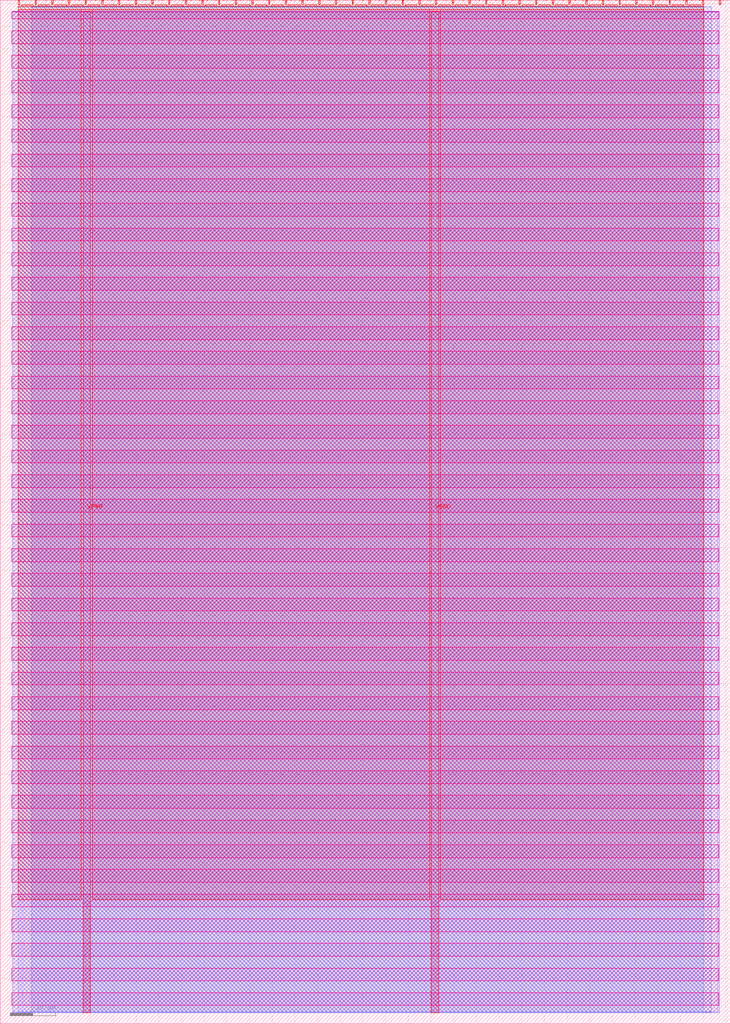
<source format=lef>
VERSION 5.7 ;
  NOWIREEXTENSIONATPIN ON ;
  DIVIDERCHAR "/" ;
  BUSBITCHARS "[]" ;
MACRO tt_um_obriensp_be8_nomacro
  CLASS BLOCK ;
  FOREIGN tt_um_obriensp_be8_nomacro ;
  ORIGIN 0.000 0.000 ;
  SIZE 161.000 BY 225.760 ;
  PIN VGND
    USE GROUND ;
    PORT
      LAYER met4 ;
        RECT 95.080 2.480 96.680 223.280 ;
    END
  END VGND
  PIN VPWR
    USE POWER ;
    PORT
      LAYER met4 ;
        RECT 18.280 2.480 19.880 223.280 ;
    END
  END VPWR
  PIN clk
    ANTENNAGATEAREA 0.852000 ;
    ANTENNADIFFAREA 0.434700 ;
    PORT
      LAYER met4 ;
        RECT 154.870 224.760 155.170 225.760 ;
    END
  END clk
  PIN ena
    PORT
      LAYER met4 ;
        RECT 158.550 224.760 158.850 225.760 ;
    END
  END ena
  PIN rst_n
    ANTENNAGATEAREA 0.213000 ;
    ANTENNADIFFAREA 0.434700 ;
    PORT
      LAYER met4 ;
        RECT 151.190 224.760 151.490 225.760 ;
    END
  END rst_n
  PIN ui_in[0]
    ANTENNAGATEAREA 0.126000 ;
    ANTENNADIFFAREA 0.434700 ;
    PORT
      LAYER met4 ;
        RECT 147.510 224.760 147.810 225.760 ;
    END
  END ui_in[0]
  PIN ui_in[1]
    ANTENNAGATEAREA 0.126000 ;
    ANTENNADIFFAREA 0.434700 ;
    PORT
      LAYER met4 ;
        RECT 143.830 224.760 144.130 225.760 ;
    END
  END ui_in[1]
  PIN ui_in[2]
    ANTENNAGATEAREA 0.126000 ;
    ANTENNADIFFAREA 0.434700 ;
    PORT
      LAYER met4 ;
        RECT 140.150 224.760 140.450 225.760 ;
    END
  END ui_in[2]
  PIN ui_in[3]
    ANTENNAGATEAREA 0.126000 ;
    ANTENNADIFFAREA 0.434700 ;
    PORT
      LAYER met4 ;
        RECT 136.470 224.760 136.770 225.760 ;
    END
  END ui_in[3]
  PIN ui_in[4]
    ANTENNAGATEAREA 0.126000 ;
    ANTENNADIFFAREA 0.434700 ;
    PORT
      LAYER met4 ;
        RECT 132.790 224.760 133.090 225.760 ;
    END
  END ui_in[4]
  PIN ui_in[5]
    ANTENNAGATEAREA 0.126000 ;
    ANTENNADIFFAREA 0.434700 ;
    PORT
      LAYER met4 ;
        RECT 129.110 224.760 129.410 225.760 ;
    END
  END ui_in[5]
  PIN ui_in[6]
    ANTENNAGATEAREA 0.126000 ;
    ANTENNADIFFAREA 0.434700 ;
    PORT
      LAYER met4 ;
        RECT 125.430 224.760 125.730 225.760 ;
    END
  END ui_in[6]
  PIN ui_in[7]
    ANTENNAGATEAREA 0.126000 ;
    ANTENNADIFFAREA 0.434700 ;
    PORT
      LAYER met4 ;
        RECT 121.750 224.760 122.050 225.760 ;
    END
  END ui_in[7]
  PIN uio_in[0]
    PORT
      LAYER met4 ;
        RECT 118.070 224.760 118.370 225.760 ;
    END
  END uio_in[0]
  PIN uio_in[1]
    PORT
      LAYER met4 ;
        RECT 114.390 224.760 114.690 225.760 ;
    END
  END uio_in[1]
  PIN uio_in[2]
    ANTENNAGATEAREA 0.126000 ;
    ANTENNADIFFAREA 0.434700 ;
    PORT
      LAYER met4 ;
        RECT 110.710 224.760 111.010 225.760 ;
    END
  END uio_in[2]
  PIN uio_in[3]
    ANTENNAGATEAREA 0.126000 ;
    ANTENNADIFFAREA 0.434700 ;
    PORT
      LAYER met4 ;
        RECT 107.030 224.760 107.330 225.760 ;
    END
  END uio_in[3]
  PIN uio_in[4]
    PORT
      LAYER met4 ;
        RECT 103.350 224.760 103.650 225.760 ;
    END
  END uio_in[4]
  PIN uio_in[5]
    PORT
      LAYER met4 ;
        RECT 99.670 224.760 99.970 225.760 ;
    END
  END uio_in[5]
  PIN uio_in[6]
    PORT
      LAYER met4 ;
        RECT 95.990 224.760 96.290 225.760 ;
    END
  END uio_in[6]
  PIN uio_in[7]
    PORT
      LAYER met4 ;
        RECT 92.310 224.760 92.610 225.760 ;
    END
  END uio_in[7]
  PIN uio_oe[0]
    ANTENNADIFFAREA 0.445500 ;
    PORT
      LAYER met4 ;
        RECT 29.750 224.760 30.050 225.760 ;
    END
  END uio_oe[0]
  PIN uio_oe[1]
    ANTENNADIFFAREA 0.445500 ;
    PORT
      LAYER met4 ;
        RECT 26.070 224.760 26.370 225.760 ;
    END
  END uio_oe[1]
  PIN uio_oe[2]
    ANTENNAGATEAREA 0.373500 ;
    ANTENNADIFFAREA 0.445500 ;
    PORT
      LAYER met4 ;
        RECT 22.390 224.760 22.690 225.760 ;
    END
  END uio_oe[2]
  PIN uio_oe[3]
    ANTENNADIFFAREA 0.445500 ;
    PORT
      LAYER met4 ;
        RECT 18.710 224.760 19.010 225.760 ;
    END
  END uio_oe[3]
  PIN uio_oe[4]
    ANTENNADIFFAREA 0.445500 ;
    PORT
      LAYER met4 ;
        RECT 15.030 224.760 15.330 225.760 ;
    END
  END uio_oe[4]
  PIN uio_oe[5]
    ANTENNADIFFAREA 0.445500 ;
    PORT
      LAYER met4 ;
        RECT 11.350 224.760 11.650 225.760 ;
    END
  END uio_oe[5]
  PIN uio_oe[6]
    ANTENNADIFFAREA 0.445500 ;
    PORT
      LAYER met4 ;
        RECT 7.670 224.760 7.970 225.760 ;
    END
  END uio_oe[6]
  PIN uio_oe[7]
    ANTENNADIFFAREA 0.445500 ;
    PORT
      LAYER met4 ;
        RECT 3.990 224.760 4.290 225.760 ;
    END
  END uio_oe[7]
  PIN uio_out[0]
    ANTENNADIFFAREA 0.445500 ;
    PORT
      LAYER met4 ;
        RECT 59.190 224.760 59.490 225.760 ;
    END
  END uio_out[0]
  PIN uio_out[1]
    ANTENNADIFFAREA 0.445500 ;
    PORT
      LAYER met4 ;
        RECT 55.510 224.760 55.810 225.760 ;
    END
  END uio_out[1]
  PIN uio_out[2]
    ANTENNADIFFAREA 0.795200 ;
    PORT
      LAYER met4 ;
        RECT 51.830 224.760 52.130 225.760 ;
    END
  END uio_out[2]
  PIN uio_out[3]
    ANTENNADIFFAREA 0.795200 ;
    PORT
      LAYER met4 ;
        RECT 48.150 224.760 48.450 225.760 ;
    END
  END uio_out[3]
  PIN uio_out[4]
    ANTENNADIFFAREA 0.795200 ;
    PORT
      LAYER met4 ;
        RECT 44.470 224.760 44.770 225.760 ;
    END
  END uio_out[4]
  PIN uio_out[5]
    ANTENNADIFFAREA 0.445500 ;
    PORT
      LAYER met4 ;
        RECT 40.790 224.760 41.090 225.760 ;
    END
  END uio_out[5]
  PIN uio_out[6]
    ANTENNADIFFAREA 0.445500 ;
    PORT
      LAYER met4 ;
        RECT 37.110 224.760 37.410 225.760 ;
    END
  END uio_out[6]
  PIN uio_out[7]
    ANTENNADIFFAREA 0.445500 ;
    PORT
      LAYER met4 ;
        RECT 33.430 224.760 33.730 225.760 ;
    END
  END uio_out[7]
  PIN uo_out[0]
    ANTENNAGATEAREA 0.252000 ;
    ANTENNADIFFAREA 0.891000 ;
    PORT
      LAYER met4 ;
        RECT 88.630 224.760 88.930 225.760 ;
    END
  END uo_out[0]
  PIN uo_out[1]
    ANTENNAGATEAREA 0.252000 ;
    ANTENNADIFFAREA 0.891000 ;
    PORT
      LAYER met4 ;
        RECT 84.950 224.760 85.250 225.760 ;
    END
  END uo_out[1]
  PIN uo_out[2]
    ANTENNAGATEAREA 0.252000 ;
    ANTENNADIFFAREA 0.891000 ;
    PORT
      LAYER met4 ;
        RECT 81.270 224.760 81.570 225.760 ;
    END
  END uo_out[2]
  PIN uo_out[3]
    ANTENNAGATEAREA 0.252000 ;
    ANTENNADIFFAREA 0.891000 ;
    PORT
      LAYER met4 ;
        RECT 77.590 224.760 77.890 225.760 ;
    END
  END uo_out[3]
  PIN uo_out[4]
    ANTENNAGATEAREA 0.252000 ;
    ANTENNADIFFAREA 0.891000 ;
    PORT
      LAYER met4 ;
        RECT 73.910 224.760 74.210 225.760 ;
    END
  END uo_out[4]
  PIN uo_out[5]
    ANTENNAGATEAREA 0.252000 ;
    ANTENNADIFFAREA 0.891000 ;
    PORT
      LAYER met4 ;
        RECT 70.230 224.760 70.530 225.760 ;
    END
  END uo_out[5]
  PIN uo_out[6]
    ANTENNAGATEAREA 0.252000 ;
    ANTENNADIFFAREA 0.891000 ;
    PORT
      LAYER met4 ;
        RECT 66.550 224.760 66.850 225.760 ;
    END
  END uo_out[6]
  PIN uo_out[7]
    ANTENNAGATEAREA 0.252000 ;
    ANTENNADIFFAREA 1.325700 ;
    PORT
      LAYER met4 ;
        RECT 62.870 224.760 63.170 225.760 ;
    END
  END uo_out[7]
  OBS
      LAYER nwell ;
        RECT 2.570 221.625 158.430 223.230 ;
        RECT 2.570 216.185 158.430 219.015 ;
        RECT 2.570 210.745 158.430 213.575 ;
        RECT 2.570 205.305 158.430 208.135 ;
        RECT 2.570 199.865 158.430 202.695 ;
        RECT 2.570 194.425 158.430 197.255 ;
        RECT 2.570 188.985 158.430 191.815 ;
        RECT 2.570 183.545 158.430 186.375 ;
        RECT 2.570 178.105 158.430 180.935 ;
        RECT 2.570 172.665 158.430 175.495 ;
        RECT 2.570 167.225 158.430 170.055 ;
        RECT 2.570 161.785 158.430 164.615 ;
        RECT 2.570 156.345 158.430 159.175 ;
        RECT 2.570 150.905 158.430 153.735 ;
        RECT 2.570 145.465 158.430 148.295 ;
        RECT 2.570 140.025 158.430 142.855 ;
        RECT 2.570 134.585 158.430 137.415 ;
        RECT 2.570 129.145 158.430 131.975 ;
        RECT 2.570 123.705 158.430 126.535 ;
        RECT 2.570 118.265 158.430 121.095 ;
        RECT 2.570 112.825 158.430 115.655 ;
        RECT 2.570 107.385 158.430 110.215 ;
        RECT 2.570 101.945 158.430 104.775 ;
        RECT 2.570 96.505 158.430 99.335 ;
        RECT 2.570 91.065 158.430 93.895 ;
        RECT 2.570 85.625 158.430 88.455 ;
        RECT 2.570 80.185 158.430 83.015 ;
        RECT 2.570 74.745 158.430 77.575 ;
        RECT 2.570 69.305 158.430 72.135 ;
        RECT 2.570 63.865 158.430 66.695 ;
        RECT 2.570 58.425 158.430 61.255 ;
        RECT 2.570 52.985 158.430 55.815 ;
        RECT 2.570 47.545 158.430 50.375 ;
        RECT 2.570 42.105 158.430 44.935 ;
        RECT 2.570 36.665 158.430 39.495 ;
        RECT 2.570 31.225 158.430 34.055 ;
        RECT 2.570 25.785 158.430 28.615 ;
        RECT 2.570 20.345 158.430 23.175 ;
        RECT 2.570 14.905 158.430 17.735 ;
        RECT 2.570 9.465 158.430 12.295 ;
        RECT 2.570 4.025 158.430 6.855 ;
      LAYER li1 ;
        RECT 2.760 2.635 158.240 223.125 ;
      LAYER met1 ;
        RECT 2.760 2.480 158.540 223.280 ;
      LAYER met2 ;
        RECT 6.990 2.535 156.760 224.245 ;
      LAYER met3 ;
        RECT 3.950 2.555 155.210 224.225 ;
      LAYER met4 ;
        RECT 4.690 224.360 7.270 224.760 ;
        RECT 8.370 224.360 10.950 224.760 ;
        RECT 12.050 224.360 14.630 224.760 ;
        RECT 15.730 224.360 18.310 224.760 ;
        RECT 19.410 224.360 21.990 224.760 ;
        RECT 23.090 224.360 25.670 224.760 ;
        RECT 26.770 224.360 29.350 224.760 ;
        RECT 30.450 224.360 33.030 224.760 ;
        RECT 34.130 224.360 36.710 224.760 ;
        RECT 37.810 224.360 40.390 224.760 ;
        RECT 41.490 224.360 44.070 224.760 ;
        RECT 45.170 224.360 47.750 224.760 ;
        RECT 48.850 224.360 51.430 224.760 ;
        RECT 52.530 224.360 55.110 224.760 ;
        RECT 56.210 224.360 58.790 224.760 ;
        RECT 59.890 224.360 62.470 224.760 ;
        RECT 63.570 224.360 66.150 224.760 ;
        RECT 67.250 224.360 69.830 224.760 ;
        RECT 70.930 224.360 73.510 224.760 ;
        RECT 74.610 224.360 77.190 224.760 ;
        RECT 78.290 224.360 80.870 224.760 ;
        RECT 81.970 224.360 84.550 224.760 ;
        RECT 85.650 224.360 88.230 224.760 ;
        RECT 89.330 224.360 91.910 224.760 ;
        RECT 93.010 224.360 95.590 224.760 ;
        RECT 96.690 224.360 99.270 224.760 ;
        RECT 100.370 224.360 102.950 224.760 ;
        RECT 104.050 224.360 106.630 224.760 ;
        RECT 107.730 224.360 110.310 224.760 ;
        RECT 111.410 224.360 113.990 224.760 ;
        RECT 115.090 224.360 117.670 224.760 ;
        RECT 118.770 224.360 121.350 224.760 ;
        RECT 122.450 224.360 125.030 224.760 ;
        RECT 126.130 224.360 128.710 224.760 ;
        RECT 129.810 224.360 132.390 224.760 ;
        RECT 133.490 224.360 136.070 224.760 ;
        RECT 137.170 224.360 139.750 224.760 ;
        RECT 140.850 224.360 143.430 224.760 ;
        RECT 144.530 224.360 147.110 224.760 ;
        RECT 148.210 224.360 150.790 224.760 ;
        RECT 151.890 224.360 154.470 224.760 ;
        RECT 3.975 223.680 155.185 224.360 ;
        RECT 3.975 27.375 17.880 223.680 ;
        RECT 20.280 27.375 94.680 223.680 ;
        RECT 97.080 27.375 155.185 223.680 ;
  END
END tt_um_obriensp_be8_nomacro
END LIBRARY


</source>
